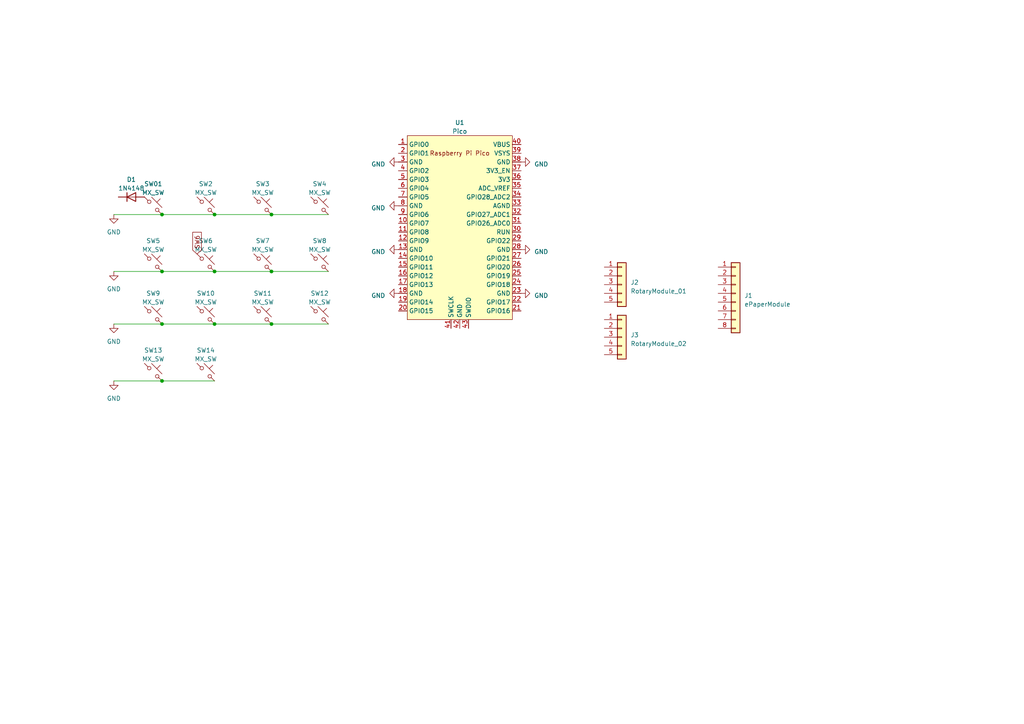
<source format=kicad_sch>
(kicad_sch (version 20230121) (generator eeschema)
  (paper "A4")
  (lib_symbols
    (symbol "Connector_Generic:Conn_01x05" (pin_names (offset 1.016) hide)
      (property "Reference" "J" (at 0 7.62 0))
      (property "Value" "Conn_01x05" (at 0 -7.62 0))
      (symbol "Conn_01x05_1_1"
        (rectangle (start -1.27 -4.953) (end 0 -5.207) (stroke (width 0.1524)))
        (rectangle (start -1.27 -2.413) (end 0 -2.667) (stroke (width 0.1524)))
        (rectangle (start -1.27 0.127) (end 0 -0.127) (stroke (width 0.1524)))
        (rectangle (start -1.27 2.667) (end 0 2.413) (stroke (width 0.1524)))
        (rectangle (start -1.27 5.207) (end 0 4.953) (stroke (width 0.1524)))
        (rectangle (start -1.27 6.35) (end 1.27 -6.35) (stroke (width 0.254)) (fill (type background)))
        (pin passive line (at -5.08 5.08 0) (length 3.81) (name "Pin_1") (number "1"))
        (pin passive line (at -5.08 2.54 0) (length 3.81) (name "Pin_2") (number "2"))
        (pin passive line (at -5.08 0 0) (length 3.81) (name "Pin_3") (number "3"))
        (pin passive line (at -5.08 -2.54 0) (length 3.81) (name "Pin_4") (number "4"))
        (pin passive line (at -5.08 -5.08 0) (length 3.81) (name "Pin_5") (number "5"))
      )
    )
    (symbol "Connector_Generic:Conn_01x08" (pin_names (offset 1.016) hide)
      (property "Reference" "J" (at 0 10.16 0))
      (property "Value" "Conn_01x08" (at 0 -12.7 0))
      (symbol "Conn_01x08_1_1"
        (rectangle (start -1.27 -10.033) (end 0 -10.287) (stroke (width 0.1524)))
        (rectangle (start -1.27 -7.493) (end 0 -7.747) (stroke (width 0.1524)))
        (rectangle (start -1.27 -4.953) (end 0 -5.207) (stroke (width 0.1524)))
        (rectangle (start -1.27 -2.413) (end 0 -2.667) (stroke (width 0.1524)))
        (rectangle (start -1.27 0.127) (end 0 -0.127) (stroke (width 0.1524)))
        (rectangle (start -1.27 2.667) (end 0 2.413) (stroke (width 0.1524)))
        (rectangle (start -1.27 5.207) (end 0 4.953) (stroke (width 0.1524)))
        (rectangle (start -1.27 7.747) (end 0 7.493) (stroke (width 0.1524)))
        (rectangle (start -1.27 8.89) (end 1.27 -11.43) (stroke (width 0.254)) (fill (type background)))
        (pin passive line (at -5.08 7.62 0) (length 3.81) (name "Pin_1") (number "1"))
        (pin passive line (at -5.08 5.08 0) (length 3.81) (name "Pin_2") (number "2"))
        (pin passive line (at -5.08 2.54 0) (length 3.81) (name "Pin_3") (number "3"))
        (pin passive line (at -5.08 0 0) (length 3.81) (name "Pin_4") (number "4"))
        (pin passive line (at -5.08 -2.54 0) (length 3.81) (name "Pin_5") (number "5"))
        (pin passive line (at -5.08 -5.08 0) (length 3.81) (name "Pin_6") (number "6"))
        (pin passive line (at -5.08 -7.62 0) (length 3.81) (name "Pin_7") (number "7"))
        (pin passive line (at -5.08 -10.16 0) (length 3.81) (name "Pin_8") (number "8"))
      )
    )
    (symbol "Diode:1N4148" (pin_numbers hide) (pin_names hide)
      (property "Reference" "D" (at 0 2.54 0))
      (property "Value" "1N4148" (at 0 -2.54 0))
      (symbol "1N4148_0_1"
        (polyline (pts (xy -1.27 1.27) (xy -1.27 -1.27)) (stroke (width 0.254)))
        (polyline (pts (xy 1.27 0) (xy -1.27 0)))
        (polyline (pts (xy 1.27 1.27) (xy 1.27 -1.27) (xy -1.27 0) (xy 1.27 1.27)) (stroke (width 0.254)))
      )
      (symbol "1N4148_1_1"
        (pin passive line (at -3.81 0 0) (length 2.54) (name "K") (number "1"))
        (pin passive line (at 3.81 0 180) (length 2.54) (name "A") (number "2"))
      )
    )
    (symbol "MCU_RaspberryPi_and_Boards:Pico"
      (property "Reference" "U" (at -13.97 27.94 0))
      (property "Value" "Pico" (at 0 19.05 0))
      (symbol "Pico_0_0"
        (text "Raspberry Pi Pico" (at 0 21.59 0) (effects (font (size 1.27 1.27))))
      )
      (symbol "Pico_0_1"
        (rectangle (start -15.24 26.67) (end 15.24 -26.67) (fill (type background)))
      )
      (symbol "Pico_1_1"
        (pin bidirectional line (at -17.78 24.13 0) (length 2.54) (name "GPIO0") (number "1"))
        (pin bidirectional line (at -17.78 1.27 0) (length 2.54) (name "GPIO7") (number "10"))
        (pin bidirectional line (at -17.78 -1.27 0) (length 2.54) (name "GPIO8") (number "11"))
        (pin bidirectional line (at -17.78 -3.81 0) (length 2.54) (name "GPIO9") (number "12"))
        (pin power_in line (at -17.78 -6.35 0) (length 2.54) (name "GND") (number "13"))
        (pin bidirectional line (at -17.78 -8.89 0) (length 2.54) (name "GPIO10") (number "14"))
        (pin bidirectional line (at -17.78 -11.43 0) (length 2.54) (name "GPIO11") (number "15"))
        (pin bidirectional line (at -17.78 -13.97 0) (length 2.54) (name "GPIO12") (number "16"))
        (pin bidirectional line (at -17.78 -16.51 0) (length 2.54) (name "GPIO13") (number "17"))
        (pin power_in line (at -17.78 -19.05 0) (length 2.54) (name "GND") (number "18"))
        (pin bidirectional line (at -17.78 -21.59 0) (length 2.54) (name "GPIO14") (number "19"))
        (pin bidirectional line (at -17.78 21.59 0) (length 2.54) (name "GPIO1") (number "2"))
        (pin bidirectional line (at -17.78 -24.13 0) (length 2.54) (name "GPIO15") (number "20"))
        (pin bidirectional line (at 17.78 -24.13 180) (length 2.54) (name "GPIO16") (number "21"))
        (pin bidirectional line (at 17.78 -21.59 180) (length 2.54) (name "GPIO17") (number "22"))
        (pin power_in line (at 17.78 -19.05 180) (length 2.54) (name "GND") (number "23"))
        (pin bidirectional line (at 17.78 -16.51 180) (length 2.54) (name "GPIO18") (number "24"))
        (pin bidirectional line (at 17.78 -13.97 180) (length 2.54) (name "GPIO19") (number "25"))
        (pin bidirectional line (at 17.78 -11.43 180) (length 2.54) (name "GPIO20") (number "26"))
        (pin bidirectional line (at 17.78 -8.89 180) (length 2.54) (name "GPIO21") (number "27"))
        (pin power_in line (at 17.78 -6.35 180) (length 2.54) (name "GND") (number "28"))
        (pin bidirectional line (at 17.78 -3.81 180) (length 2.54) (name "GPIO22") (number "29"))
        (pin power_in line (at -17.78 19.05 0) (length 2.54) (name "GND") (number "3"))
        (pin input line (at 17.78 -1.27 180) (length 2.54) (name "RUN") (number "30"))
        (pin bidirectional line (at 17.78 1.27 180) (length 2.54) (name "GPIO26_ADC0") (number "31"))
        (pin bidirectional line (at 17.78 3.81 180) (length 2.54) (name "GPIO27_ADC1") (number "32"))
        (pin power_in line (at 17.78 6.35 180) (length 2.54) (name "AGND") (number "33"))
        (pin bidirectional line (at 17.78 8.89 180) (length 2.54) (name "GPIO28_ADC2") (number "34"))
        (pin power_in line (at 17.78 11.43 180) (length 2.54) (name "ADC_VREF") (number "35"))
        (pin power_in line (at 17.78 13.97 180) (length 2.54) (name "3V3") (number "36"))
        (pin input line (at 17.78 16.51 180) (length 2.54) (name "3V3_EN") (number "37"))
        (pin bidirectional line (at 17.78 19.05 180) (length 2.54) (name "GND") (number "38"))
        (pin power_in line (at 17.78 21.59 180) (length 2.54) (name "VSYS") (number "39"))
        (pin bidirectional line (at -17.78 16.51 0) (length 2.54) (name "GPIO2") (number "4"))
        (pin power_in line (at 17.78 24.13 180) (length 2.54) (name "VBUS") (number "40"))
        (pin input line (at -2.54 -29.21 90) (length 2.54) (name "SWCLK") (number "41"))
        (pin power_in line (at 0 -29.21 90) (length 2.54) (name "GND") (number "42"))
        (pin bidirectional line (at 2.54 -29.21 90) (length 2.54) (name "SWDIO") (number "43"))
        (pin bidirectional line (at -17.78 13.97 0) (length 2.54) (name "GPIO3") (number "5"))
        (pin bidirectional line (at -17.78 11.43 0) (length 2.54) (name "GPIO4") (number "6"))
        (pin bidirectional line (at -17.78 8.89 0) (length 2.54) (name "GPIO5") (number "7"))
        (pin power_in line (at -17.78 6.35 0) (length 2.54) (name "GND") (number "8"))
        (pin bidirectional line (at -17.78 3.81 0) (length 2.54) (name "GPIO6") (number "9"))
      )
    )
    (symbol "Switch:SW_Push_45deg" (pin_numbers hide) (pin_names (offset 1.016) hide)
      (property "Reference" "SW" (at 3.048 1.016 0))
      (property "Value" "SW_Push_45deg" (at 0 -3.81 0))
      (symbol "SW_Push_45deg_0_1"
        (circle (center -1.1684 1.1684) (radius 0.508))
        (polyline (pts (xy -0.508 2.54) (xy 2.54 -0.508)))
        (polyline (pts (xy 1.016 1.016) (xy 2.032 2.032)))
        (polyline (pts (xy -2.54 2.54) (xy -1.524 1.524) (xy -1.524 1.524)))
        (polyline (pts (xy 1.524 -1.524) (xy 2.54 -2.54) (xy 2.54 -2.54) (xy 2.54 -2.54)))
        (circle (center 1.143 -1.1938) (radius 0.508))
        (pin passive line (at -2.54 2.54 0) (length 0) (name "1") (number "1"))
        (pin passive line (at 2.54 -2.54 180) (length 0) (name "2") (number "2"))
      )
    )
    (symbol "power:GND" (power) (pin_names (offset 0))
      (property "Value" "GND" (at 0 -3.81 0))
      (symbol "GND_0_1"
        (polyline (pts (xy 0 0) (xy 0 -1.27) (xy 1.27 -1.27) (xy 0 -2.54) (xy -1.27 -1.27) (xy 0 -1.27)))
      )
      (symbol "GND_1_1"
        (pin power_in line (at 0 0 270) (length 0) hide (name "GND") (number "1"))
      )
    )
  )
  (junction (at 62.23 78.74))
  (junction (at 78.74 62.23))
  (junction (at 46.99 62.23))
  (junction (at 46.99 93.98))
  (junction (at 62.23 93.98))
  (junction (at 62.23 62.23))
  (junction (at 46.99 110.49))
  (junction (at 46.99 78.74))
  (junction (at 78.74 78.74))
  (junction (at 78.74 93.98))
  (wire (pts (xy 78.74 62.23) (xy 95.25 62.23)))
  (wire (pts (xy 62.23 78.74) (xy 78.74 78.74)))
  (wire (pts (xy 33.02 93.98) (xy 46.99 93.98)))
  (wire (pts (xy 46.99 110.49) (xy 62.23 110.49)))
  (wire (pts (xy 33.02 62.23) (xy 46.99 62.23)))
  (wire (pts (xy 62.23 93.98) (xy 78.74 93.98)))
  (wire (pts (xy 46.99 78.74) (xy 62.23 78.74)))
  (wire (pts (xy 33.02 110.49) (xy 46.99 110.49)))
  (wire (pts (xy 62.23 62.23) (xy 78.74 62.23)))
  (wire (pts (xy 46.99 93.98) (xy 62.23 93.98)))
  (wire (pts (xy 78.74 93.98) (xy 95.25 93.98)))
  (wire (pts (xy 33.02 78.74) (xy 46.99 78.74)))
  (wire (pts (xy 46.99 62.23) (xy 62.23 62.23)))
  (wire (pts (xy 78.74 78.74) (xy 95.25 78.74)))
  (global_label "SW6" (shape input) (at 57.15 73.66 90) (property "Intersheetrefs" "${INTERSHEET_REFS}" (effects hide)))
  (symbol (lib_id "Switch:SW_Push_45deg") (at 76.2 59.69 0) (unit 1)
    (property "Reference" "SW3" (at 76.2 53.34 0))
    (property "Value" "MX_SW" (at 76.2 55.88 0))
    (property "Footprint" "Button_Switch_Keyboard:SW_Cherry_MX_1.00u_PCB" (effects hide))
  )
  (symbol (lib_id "Switch:SW_Push_45deg") (at 92.71 76.2 0) (unit 1)
    (property "Reference" "SW8" (at 92.71 69.85 0))
    (property "Value" "MX_SW" (at 92.71 72.39 0))
    (property "Footprint" "Button_Switch_Keyboard:SW_Cherry_MX_1.00u_PCB" (effects hide))
  )
  (symbol (lib_id "power:GND") (at 115.57 72.39 270) (unit 1)
    (property "Reference" "#PWR07" (effects hide))
    (property "Value" "GND" (at 111.76 73.025 90) (effects (justify right)))
  )
  (symbol (lib_id "power:GND") (at 115.57 46.99 270) (unit 1)
    (property "Reference" "#PWR05" (effects hide))
    (property "Value" "GND" (at 111.76 47.625 90) (effects (justify right)))
  )
  (symbol (lib_id "Switch:SW_Push_45deg") (at 76.2 91.44 0) (unit 1)
    (property "Reference" "SW11" (at 76.2 85.09 0))
    (property "Value" "MX_SW" (at 76.2 87.63 0))
    (property "Footprint" "Button_Switch_Keyboard:SW_Cherry_MX_1.00u_PCB" (effects hide))
  )
  (symbol (lib_id "power:GND") (at 33.02 93.98 0) (unit 1)
    (property "Reference" "#PWR03" (effects hide))
    (property "Value" "GND" (at 33.02 99.06 0))
  )
  (symbol (lib_id "Connector_Generic:Conn_01x08") (at 213.36 85.09 0) (unit 1)
    (property "Reference" "J1" (at 215.9 85.725 0) (effects (justify left)))
    (property "Value" "ePaperModule" (at 215.9 88.265 0) (effects (justify left)))
    (property "Footprint" "Connector_PinHeader_2.54mm:PinHeader_2x04_P2.54mm_Vertical" (effects hide))
  )
  (symbol (lib_id "Connector_Generic:Conn_01x05") (at 180.34 82.55 0) (unit 1)
    (property "Reference" "J2" (at 182.88 81.915 0) (effects (justify left)))
    (property "Value" "RotaryModule_01" (at 182.88 84.455 0) (effects (justify left)))
    (property "Footprint" "Connector_PinHeader_2.54mm:PinHeader_1x05_P2.54mm_Vertical" (effects hide))
  )
  (symbol (lib_id "Connector_Generic:Conn_01x05") (at 180.34 97.79 0) (unit 1)
    (property "Reference" "J3" (at 182.88 97.155 0) (effects (justify left)))
    (property "Value" "RotaryModule_02" (at 182.88 99.695 0) (effects (justify left)))
    (property "Footprint" "Connector_PinHeader_2.54mm:PinHeader_1x05_P2.54mm_Vertical" (effects hide))
  )
  (symbol (lib_id "power:GND") (at 151.13 85.09 90) (unit 1)
    (property "Reference" "#PWR011" (effects hide))
    (property "Value" "GND" (at 154.94 85.725 90) (effects (justify right)))
  )
  (symbol (lib_id "Switch:SW_Push_45deg") (at 59.69 59.69 0) (unit 1)
    (property "Reference" "SW2" (at 59.69 53.34 0))
    (property "Value" "MX_SW" (at 59.69 55.88 0))
    (property "Footprint" "Button_Switch_Keyboard:SW_Cherry_MX_1.00u_PCB" (effects hide))
  )
  (symbol (lib_id "power:GND") (at 151.13 72.39 90) (unit 1)
    (property "Reference" "#PWR010" (effects hide))
    (property "Value" "GND" (at 154.94 73.025 90) (effects (justify right)))
  )
  (symbol (lib_id "Switch:SW_Push_45deg") (at 59.69 107.95 0) (unit 1)
    (property "Reference" "SW14" (at 59.69 101.6 0))
    (property "Value" "MX_SW" (at 59.69 104.14 0))
    (property "Footprint" "Button_Switch_Keyboard:SW_Cherry_MX_1.00u_PCB" (effects hide))
  )
  (symbol (lib_id "Switch:SW_Push_45deg") (at 44.45 107.95 0) (unit 1)
    (property "Reference" "SW13" (at 44.45 101.6 0))
    (property "Value" "MX_SW" (at 44.45 104.14 0))
    (property "Footprint" "Button_Switch_Keyboard:SW_Cherry_MX_1.00u_PCB" (effects hide))
  )
  (symbol (lib_id "power:GND") (at 33.02 78.74 0) (unit 1)
    (property "Reference" "#PWR02" (effects hide))
    (property "Value" "GND" (at 33.02 83.82 0))
  )
  (symbol (lib_id "Switch:SW_Push_45deg") (at 44.45 91.44 0) (unit 1)
    (property "Reference" "SW9" (at 44.45 85.09 0))
    (property "Value" "MX_SW" (at 44.45 87.63 0))
    (property "Footprint" "Button_Switch_Keyboard:SW_Cherry_MX_1.00u_PCB" (effects hide))
  )
  (symbol (lib_id "power:GND") (at 115.57 85.09 270) (unit 1)
    (property "Reference" "#PWR08" (effects hide))
    (property "Value" "GND" (at 111.76 85.725 90) (effects (justify right)))
  )
  (symbol (lib_id "Switch:SW_Push_45deg") (at 44.45 76.2 0) (unit 1)
    (property "Reference" "SW5" (at 44.45 69.85 0))
    (property "Value" "MX_SW" (at 44.45 72.39 0))
    (property "Footprint" "Button_Switch_Keyboard:SW_Cherry_MX_1.00u_PCB" (effects hide))
  )
  (symbol (lib_id "Diode:1N4148") (at 38.1 57.15 0) (unit 1)
    (property "Reference" "D1" (at 38.1 52.07 0))
    (property "Value" "1N4148" (at 38.1 54.61 0))
    (property "Footprint" "Diode_THT:D_DO-35_SOD27_P7.62mm_Horizontal" (effects hide))
    (property "Datasheet" "https://assets.nexperia.com/documents/data-sheet/1N4148_1N4448.pdf" (effects hide))
    (property "Sim.Device" "D" (effects hide))
    (property "Sim.Pins" "1=K 2=A" (effects hide))
  )
  (symbol (lib_id "MCU_RaspberryPi_and_Boards:Pico") (at 133.35 66.04 0) (unit 1)
    (property "Reference" "U1" (at 133.35 35.56 0))
    (property "Value" "Pico" (at 133.35 38.1 0))
    (property "Footprint" "MCU_RaspberryPi_and_Boards:RPi_Pico_SMD_TH" (effects hide))
  )
  (symbol (lib_id "Switch:SW_Push_45deg") (at 59.69 76.2 0) (unit 1)
    (property "Reference" "SW6" (at 59.69 69.85 0))
    (property "Value" "MX_SW" (at 59.69 72.39 0))
    (property "Footprint" "Button_Switch_Keyboard:SW_Cherry_MX_1.00u_PCB" (effects hide))
  )
  (symbol (lib_id "power:GND") (at 115.57 59.69 270) (unit 1)
    (property "Reference" "#PWR06" (effects hide))
    (property "Value" "GND" (at 111.76 60.325 90) (effects (justify right)))
  )
  (symbol (lib_id "power:GND") (at 151.13 46.99 90) (unit 1)
    (property "Reference" "#PWR09" (effects hide))
    (property "Value" "GND" (at 154.94 47.625 90) (effects (justify right)))
  )
  (symbol (lib_id "Switch:SW_Push_45deg") (at 76.2 76.2 0) (unit 1)
    (property "Reference" "SW7" (at 76.2 69.85 0))
    (property "Value" "MX_SW" (at 76.2 72.39 0))
    (property "Footprint" "Button_Switch_Keyboard:SW_Cherry_MX_1.00u_PCB" (effects hide))
  )
  (symbol (lib_id "Switch:SW_Push_45deg") (at 92.71 91.44 0) (unit 1)
    (property "Reference" "SW12" (at 92.71 85.09 0))
    (property "Value" "MX_SW" (at 92.71 87.63 0))
    (property "Footprint" "Button_Switch_Keyboard:SW_Cherry_MX_1.00u_PCB" (effects hide))
  )
  (symbol (lib_id "Switch:SW_Push_45deg") (at 44.45 59.69 0) (unit 1)
    (property "Reference" "SW01" (at 44.45 53.34 0))
    (property "Value" "MX_SW" (at 44.45 55.88 0))
    (property "Footprint" "Button_Switch_Keyboard:SW_Cherry_MX_1.00u_PCB" (effects hide))
  )
  (symbol (lib_id "power:GND") (at 33.02 110.49 0) (unit 1)
    (property "Reference" "#PWR04" (effects hide))
    (property "Value" "GND" (at 33.02 115.57 0))
  )
  (symbol (lib_id "power:GND") (at 33.02 62.23 0) (unit 1)
    (property "Reference" "#PWR01" (effects hide))
    (property "Value" "GND" (at 33.02 67.31 0))
  )
  (symbol (lib_id "Switch:SW_Push_45deg") (at 59.69 91.44 0) (unit 1)
    (property "Reference" "SW10" (at 59.69 85.09 0))
    (property "Value" "MX_SW" (at 59.69 87.63 0))
    (property "Footprint" "Button_Switch_Keyboard:SW_Cherry_MX_1.00u_PCB" (effects hide))
  )
  (symbol (lib_id "Switch:SW_Push_45deg") (at 92.71 59.69 0) (unit 1)
    (property "Reference" "SW4" (at 92.71 53.34 0))
    (property "Value" "MX_SW" (at 92.71 55.88 0))
    (property "Footprint" "Button_Switch_Keyboard:SW_Cherry_MX_1.00u_PCB" (effects hide))
  )
)
</source>
